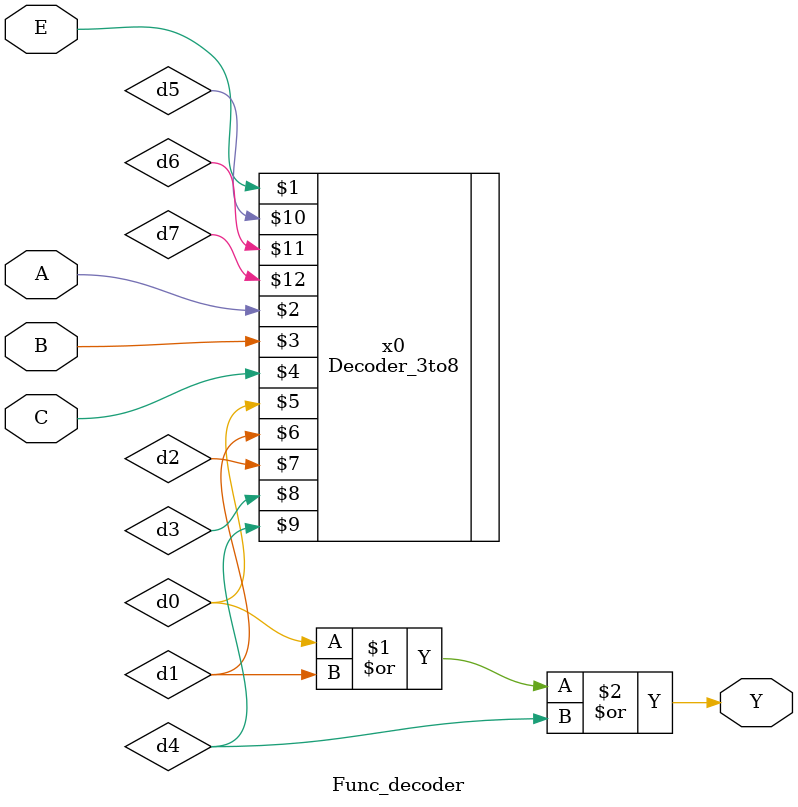
<source format=v>
`timescale 1ns / 1ps


module Func_decoder(
    input E,
    input A,
    input B,
    input C,
    output Y
    );
    
    wire d0,d1,d2,d3,d4,d5,d6,d7;
    
    Decoder_3to8 x0 (E,A,B,C,d0,d1,d2,d3,d4,d5,d6,d7);
    assign Y = d0|d1|d4;

endmodule

</source>
